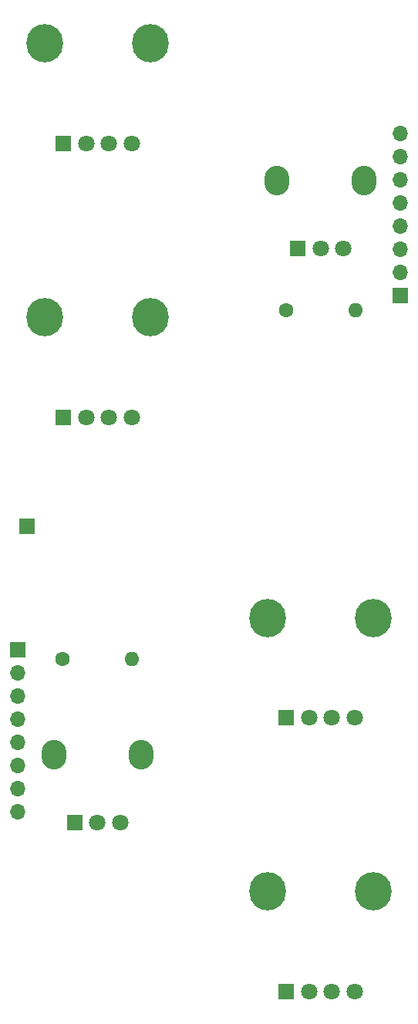
<source format=gts>
%TF.GenerationSoftware,KiCad,Pcbnew,9.0.4*%
%TF.CreationDate,2025-10-04T20:57:18+02:00*%
%TF.ProjectId,DMH_Dual_VCA_Mk2_PCB_2,444d485f-4475-4616-9c5f-5643415f4d6b,1*%
%TF.SameCoordinates,Original*%
%TF.FileFunction,Soldermask,Top*%
%TF.FilePolarity,Negative*%
%FSLAX46Y46*%
G04 Gerber Fmt 4.6, Leading zero omitted, Abs format (unit mm)*
G04 Created by KiCad (PCBNEW 9.0.4) date 2025-10-04 20:57:18*
%MOMM*%
%LPD*%
G01*
G04 APERTURE LIST*
%ADD10O,2.720000X3.240000*%
%ADD11R,1.800000X1.800000*%
%ADD12C,1.800000*%
%ADD13C,1.600000*%
%ADD14O,1.600000X1.600000*%
%ADD15O,4.000000X4.200000*%
%ADD16R,1.700000X1.700000*%
%ADD17O,1.700000X1.700000*%
G04 APERTURE END LIST*
D10*
%TO.C,RV1*%
X82450000Y-71000000D03*
X92050000Y-71000000D03*
D11*
X84750000Y-78500000D03*
D12*
X87250000Y-78500000D03*
X89750000Y-78500000D03*
%TD*%
D13*
%TO.C,R21*%
X83440000Y-85250000D03*
D14*
X91060000Y-85250000D03*
%TD*%
D15*
%TO.C,RV6*%
X81450000Y-149000000D03*
D12*
X91000000Y-160000000D03*
D15*
X93050000Y-149000000D03*
D11*
X83500000Y-160000000D03*
D12*
X86000000Y-160000000D03*
X88500000Y-160000000D03*
%TD*%
D15*
%TO.C,RV2*%
X56950000Y-56000000D03*
D12*
X66500000Y-67000000D03*
D15*
X68550000Y-56000000D03*
D11*
X59000000Y-67000000D03*
D12*
X61500000Y-67000000D03*
X64000000Y-67000000D03*
%TD*%
D15*
%TO.C,RV3*%
X56950000Y-86000000D03*
D12*
X66500000Y-97000000D03*
D15*
X68550000Y-86000000D03*
D11*
X59000000Y-97000000D03*
D12*
X61500000Y-97000000D03*
X64000000Y-97000000D03*
%TD*%
D16*
%TO.C,J0*%
X55000000Y-109000000D03*
%TD*%
D10*
%TO.C,RV4*%
X57950000Y-134000000D03*
X67550000Y-134000000D03*
D11*
X60250000Y-141500000D03*
D12*
X62750000Y-141500000D03*
X65250000Y-141500000D03*
%TD*%
D15*
%TO.C,RV5*%
X81450000Y-119000000D03*
D12*
X91000000Y-130000000D03*
D15*
X93050000Y-119000000D03*
D11*
X83500000Y-130000000D03*
D12*
X86000000Y-130000000D03*
X88500000Y-130000000D03*
%TD*%
D13*
%TO.C,R40*%
X58940000Y-123500000D03*
D14*
X66560000Y-123500000D03*
%TD*%
D16*
%TO.C,J60*%
X54000000Y-122500000D03*
D17*
X54000000Y-125040000D03*
X54000000Y-127580000D03*
X54000000Y-130120000D03*
X54000000Y-132660000D03*
X54000000Y-135200000D03*
X54000000Y-137740000D03*
X54000000Y-140280000D03*
%TD*%
D16*
%TO.C,J50*%
X96000000Y-83620000D03*
D17*
X96000000Y-81080000D03*
X96000000Y-78540000D03*
X96000000Y-76000000D03*
X96000000Y-73460000D03*
X96000000Y-70920000D03*
X96000000Y-68380000D03*
X96000000Y-65840000D03*
%TD*%
M02*

</source>
